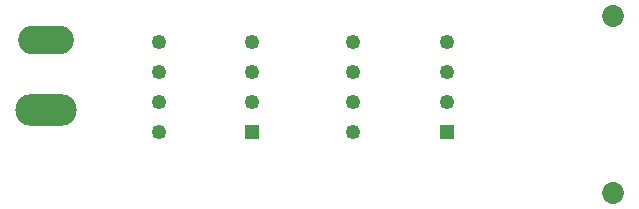
<source format=gbs>
G04*
G04 #@! TF.GenerationSoftware,Altium Limited,Altium Designer,20.2.7 (254)*
G04*
G04 Layer_Color=16711935*
%FSLAX25Y25*%
%MOIN*%
G70*
G04*
G04 #@! TF.SameCoordinates,98EDEFB3-FBBC-4785-AB48-8CD72EF7211F*
G04*
G04*
G04 #@! TF.FilePolarity,Negative*
G04*
G01*
G75*
%ADD22R,0.04921X0.04921*%
%ADD23C,0.04921*%
%ADD24C,0.07296*%
%ADD25O,0.20485X0.10642*%
%ADD26O,0.18517X0.09658*%
D22*
X157362Y248780D02*
D03*
X92402D02*
D03*
D23*
X157362Y258780D02*
D03*
Y268779D02*
D03*
Y278780D02*
D03*
X126102D02*
D03*
Y268779D02*
D03*
Y258780D02*
D03*
Y248780D02*
D03*
X92402Y258780D02*
D03*
Y268779D02*
D03*
Y278780D02*
D03*
X61142D02*
D03*
Y268779D02*
D03*
Y258780D02*
D03*
Y248780D02*
D03*
D24*
X212598Y287402D02*
D03*
Y228346D02*
D03*
D25*
X23622Y255906D02*
D03*
D26*
Y279528D02*
D03*
M02*

</source>
